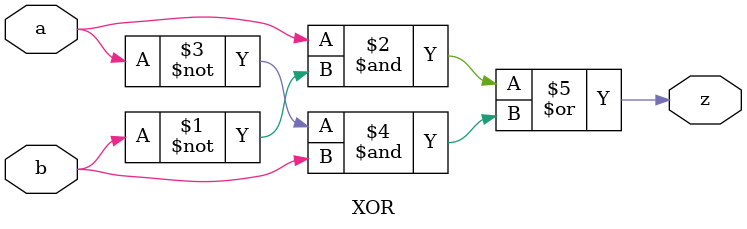
<source format=v>
`timescale 1ns / 1ps
module XOR(
    input a,
    input b,
    output z
    );
assign z=((a&~b)|(~a&b));

endmodule

</source>
